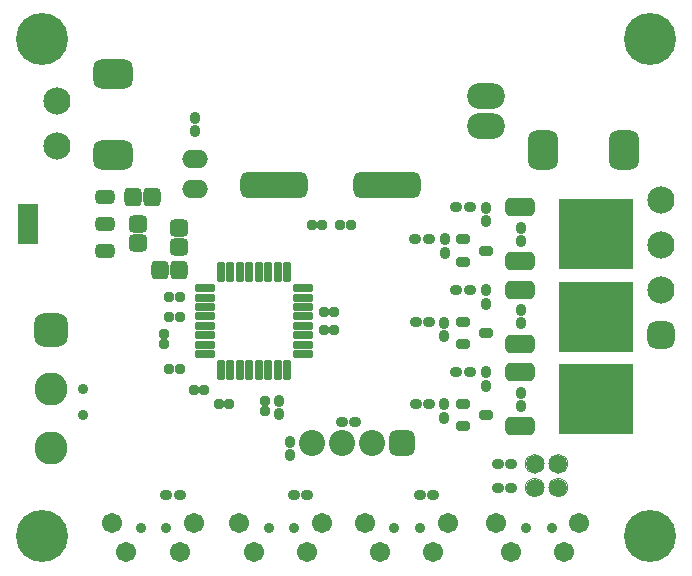
<source format=gbr>
%TF.GenerationSoftware,Altium Limited,Altium Designer,24.6.1 (21)*%
G04 Layer_Color=8388736*
%FSLAX45Y45*%
%MOMM*%
%TF.SameCoordinates,C5CCA8AA-8E71-476F-B662-92032E94D40D*%
%TF.FilePolarity,Negative*%
%TF.FileFunction,Soldermask,Top*%
%TF.Part,Single*%
G01*
G75*
%TA.AperFunction,ComponentPad*%
%ADD33C,1.50000*%
%TA.AperFunction,NonConductor*%
%ADD51C,0.00000*%
%TA.AperFunction,SMDPad,CuDef*%
G04:AMPARAMS|DCode=52|XSize=0.8032mm|YSize=0.8032mm|CornerRadius=0.2516mm|HoleSize=0mm|Usage=FLASHONLY|Rotation=180.000|XOffset=0mm|YOffset=0mm|HoleType=Round|Shape=RoundedRectangle|*
%AMROUNDEDRECTD52*
21,1,0.80320,0.30000,0,0,180.0*
21,1,0.30000,0.80320,0,0,180.0*
1,1,0.50320,-0.15000,0.15000*
1,1,0.50320,0.15000,0.15000*
1,1,0.50320,0.15000,-0.15000*
1,1,0.50320,-0.15000,-0.15000*
%
%ADD52ROUNDEDRECTD52*%
G04:AMPARAMS|DCode=53|XSize=2.4932mm|YSize=3.3232mm|CornerRadius=0.6741mm|HoleSize=0mm|Usage=FLASHONLY|Rotation=180.000|XOffset=0mm|YOffset=0mm|HoleType=Round|Shape=RoundedRectangle|*
%AMROUNDEDRECTD53*
21,1,2.49320,1.97500,0,0,180.0*
21,1,1.14500,3.32320,0,0,180.0*
1,1,1.34820,-0.57250,0.98750*
1,1,1.34820,0.57250,0.98750*
1,1,1.34820,0.57250,-0.98750*
1,1,1.34820,-0.57250,-0.98750*
%
%ADD53ROUNDEDRECTD53*%
G04:AMPARAMS|DCode=54|XSize=2.4932mm|YSize=3.3232mm|CornerRadius=0.6741mm|HoleSize=0mm|Usage=FLASHONLY|Rotation=90.000|XOffset=0mm|YOffset=0mm|HoleType=Round|Shape=RoundedRectangle|*
%AMROUNDEDRECTD54*
21,1,2.49320,1.97500,0,0,90.0*
21,1,1.14500,3.32320,0,0,90.0*
1,1,1.34820,0.98750,0.57250*
1,1,1.34820,0.98750,-0.57250*
1,1,1.34820,-0.98750,-0.57250*
1,1,1.34820,-0.98750,0.57250*
%
%ADD54ROUNDEDRECTD54*%
G04:AMPARAMS|DCode=55|XSize=0.8032mm|YSize=0.9532mm|CornerRadius=0.2516mm|HoleSize=0mm|Usage=FLASHONLY|Rotation=0.000|XOffset=0mm|YOffset=0mm|HoleType=Round|Shape=RoundedRectangle|*
%AMROUNDEDRECTD55*
21,1,0.80320,0.45000,0,0,0.0*
21,1,0.30000,0.95320,0,0,0.0*
1,1,0.50320,0.15000,-0.22500*
1,1,0.50320,-0.15000,-0.22500*
1,1,0.50320,-0.15000,0.22500*
1,1,0.50320,0.15000,0.22500*
%
%ADD55ROUNDEDRECTD55*%
G04:AMPARAMS|DCode=56|XSize=0.8032mm|YSize=0.8032mm|CornerRadius=0.2516mm|HoleSize=0mm|Usage=FLASHONLY|Rotation=270.000|XOffset=0mm|YOffset=0mm|HoleType=Round|Shape=RoundedRectangle|*
%AMROUNDEDRECTD56*
21,1,0.80320,0.30000,0,0,270.0*
21,1,0.30000,0.80320,0,0,270.0*
1,1,0.50320,-0.15000,-0.15000*
1,1,0.50320,-0.15000,0.15000*
1,1,0.50320,0.15000,0.15000*
1,1,0.50320,0.15000,-0.15000*
%
%ADD56ROUNDEDRECTD56*%
G04:AMPARAMS|DCode=57|XSize=0.8032mm|YSize=0.9532mm|CornerRadius=0.2516mm|HoleSize=0mm|Usage=FLASHONLY|Rotation=270.000|XOffset=0mm|YOffset=0mm|HoleType=Round|Shape=RoundedRectangle|*
%AMROUNDEDRECTD57*
21,1,0.80320,0.45000,0,0,270.0*
21,1,0.30000,0.95320,0,0,270.0*
1,1,0.50320,-0.22500,-0.15000*
1,1,0.50320,-0.22500,0.15000*
1,1,0.50320,0.22500,0.15000*
1,1,0.50320,0.22500,-0.15000*
%
%ADD57ROUNDEDRECTD57*%
G04:AMPARAMS|DCode=58|XSize=0.8432mm|YSize=0.8032mm|CornerRadius=0.2516mm|HoleSize=0mm|Usage=FLASHONLY|Rotation=270.000|XOffset=0mm|YOffset=0mm|HoleType=Round|Shape=RoundedRectangle|*
%AMROUNDEDRECTD58*
21,1,0.84320,0.30000,0,0,270.0*
21,1,0.34000,0.80320,0,0,270.0*
1,1,0.50320,-0.15000,-0.17000*
1,1,0.50320,-0.15000,0.17000*
1,1,0.50320,0.15000,0.17000*
1,1,0.50320,0.15000,-0.17000*
%
%ADD58ROUNDEDRECTD58*%
G04:AMPARAMS|DCode=59|XSize=0.8432mm|YSize=0.8032mm|CornerRadius=0.2516mm|HoleSize=0mm|Usage=FLASHONLY|Rotation=180.000|XOffset=0mm|YOffset=0mm|HoleType=Round|Shape=RoundedRectangle|*
%AMROUNDEDRECTD59*
21,1,0.84320,0.30000,0,0,180.0*
21,1,0.34000,0.80320,0,0,180.0*
1,1,0.50320,-0.17000,0.15000*
1,1,0.50320,0.17000,0.15000*
1,1,0.50320,0.17000,-0.15000*
1,1,0.50320,-0.17000,-0.15000*
%
%ADD59ROUNDEDRECTD59*%
G04:AMPARAMS|DCode=60|XSize=1.6032mm|YSize=1.5032mm|CornerRadius=0.4266mm|HoleSize=0mm|Usage=FLASHONLY|Rotation=90.000|XOffset=0mm|YOffset=0mm|HoleType=Round|Shape=RoundedRectangle|*
%AMROUNDEDRECTD60*
21,1,1.60320,0.65000,0,0,90.0*
21,1,0.75000,1.50320,0,0,90.0*
1,1,0.85320,0.32500,0.37500*
1,1,0.85320,0.32500,-0.37500*
1,1,0.85320,-0.32500,-0.37500*
1,1,0.85320,-0.32500,0.37500*
%
%ADD60ROUNDEDRECTD60*%
G04:AMPARAMS|DCode=61|XSize=1.6032mm|YSize=1.5032mm|CornerRadius=0.4266mm|HoleSize=0mm|Usage=FLASHONLY|Rotation=180.000|XOffset=0mm|YOffset=0mm|HoleType=Round|Shape=RoundedRectangle|*
%AMROUNDEDRECTD61*
21,1,1.60320,0.65000,0,0,180.0*
21,1,0.75000,1.50320,0,0,180.0*
1,1,0.85320,-0.37500,0.32500*
1,1,0.85320,0.37500,0.32500*
1,1,0.85320,0.37500,-0.32500*
1,1,0.85320,-0.37500,-0.32500*
%
%ADD61ROUNDEDRECTD61*%
G04:AMPARAMS|DCode=62|XSize=2.4892mm|YSize=1.6002mm|CornerRadius=0.45085mm|HoleSize=0mm|Usage=FLASHONLY|Rotation=0.000|XOffset=0mm|YOffset=0mm|HoleType=Round|Shape=RoundedRectangle|*
%AMROUNDEDRECTD62*
21,1,2.48920,0.69850,0,0,0.0*
21,1,1.58750,1.60020,0,0,0.0*
1,1,0.90170,0.79375,-0.34925*
1,1,0.90170,-0.79375,-0.34925*
1,1,0.90170,-0.79375,0.34925*
1,1,0.90170,0.79375,0.34925*
%
%ADD62ROUNDEDRECTD62*%
%ADD63R,6.38320X5.89320*%
G04:AMPARAMS|DCode=64|XSize=1.2032mm|YSize=0.8032mm|CornerRadius=0.2516mm|HoleSize=0mm|Usage=FLASHONLY|Rotation=0.000|XOffset=0mm|YOffset=0mm|HoleType=Round|Shape=RoundedRectangle|*
%AMROUNDEDRECTD64*
21,1,1.20320,0.30000,0,0,0.0*
21,1,0.70000,0.80320,0,0,0.0*
1,1,0.50320,0.35000,-0.15000*
1,1,0.50320,-0.35000,-0.15000*
1,1,0.50320,-0.35000,0.15000*
1,1,0.50320,0.35000,0.15000*
%
%ADD64ROUNDEDRECTD64*%
G04:AMPARAMS|DCode=65|XSize=0.7532mm|YSize=1.6732mm|CornerRadius=0.17035mm|HoleSize=0mm|Usage=FLASHONLY|Rotation=180.000|XOffset=0mm|YOffset=0mm|HoleType=Round|Shape=RoundedRectangle|*
%AMROUNDEDRECTD65*
21,1,0.75320,1.33250,0,0,180.0*
21,1,0.41250,1.67320,0,0,180.0*
1,1,0.34070,-0.20625,0.66625*
1,1,0.34070,0.20625,0.66625*
1,1,0.34070,0.20625,-0.66625*
1,1,0.34070,-0.20625,-0.66625*
%
%ADD65ROUNDEDRECTD65*%
G04:AMPARAMS|DCode=66|XSize=1.6732mm|YSize=0.7532mm|CornerRadius=0.17035mm|HoleSize=0mm|Usage=FLASHONLY|Rotation=180.000|XOffset=0mm|YOffset=0mm|HoleType=Round|Shape=RoundedRectangle|*
%AMROUNDEDRECTD66*
21,1,1.67320,0.41250,0,0,180.0*
21,1,1.33250,0.75320,0,0,180.0*
1,1,0.34070,-0.66625,0.20625*
1,1,0.34070,0.66625,0.20625*
1,1,0.34070,0.66625,-0.20625*
1,1,0.34070,-0.66625,-0.20625*
%
%ADD66ROUNDEDRECTD66*%
G04:AMPARAMS|DCode=67|XSize=1.6532mm|YSize=1.1532mm|CornerRadius=0.3391mm|HoleSize=0mm|Usage=FLASHONLY|Rotation=180.000|XOffset=0mm|YOffset=0mm|HoleType=Round|Shape=RoundedRectangle|*
%AMROUNDEDRECTD67*
21,1,1.65320,0.47500,0,0,180.0*
21,1,0.97500,1.15320,0,0,180.0*
1,1,0.67820,-0.48750,0.23750*
1,1,0.67820,0.48750,0.23750*
1,1,0.67820,0.48750,-0.23750*
1,1,0.67820,-0.48750,-0.23750*
%
%ADD67ROUNDEDRECTD67*%
%ADD68R,1.65320X3.45320*%
G04:AMPARAMS|DCode=69|XSize=5.7032mm|YSize=2.2032mm|CornerRadius=0.6016mm|HoleSize=0mm|Usage=FLASHONLY|Rotation=0.000|XOffset=0mm|YOffset=0mm|HoleType=Round|Shape=RoundedRectangle|*
%AMROUNDEDRECTD69*
21,1,5.70320,1.00000,0,0,0.0*
21,1,4.50000,2.20320,0,0,0.0*
1,1,1.20320,2.25000,-0.50000*
1,1,1.20320,-2.25000,-0.50000*
1,1,1.20320,-2.25000,0.50000*
1,1,1.20320,2.25000,0.50000*
%
%ADD69ROUNDEDRECTD69*%
%TA.AperFunction,ComponentPad*%
%ADD70C,1.70320*%
%ADD71C,2.20320*%
G04:AMPARAMS|DCode=72|XSize=2.2032mm|YSize=2.2032mm|CornerRadius=0.6016mm|HoleSize=0mm|Usage=FLASHONLY|Rotation=180.000|XOffset=0mm|YOffset=0mm|HoleType=Round|Shape=RoundedRectangle|*
%AMROUNDEDRECTD72*
21,1,2.20320,1.00000,0,0,180.0*
21,1,1.00000,2.20320,0,0,180.0*
1,1,1.20320,-0.50000,0.50000*
1,1,1.20320,0.50000,0.50000*
1,1,1.20320,0.50000,-0.50000*
1,1,1.20320,-0.50000,-0.50000*
%
%ADD72ROUNDEDRECTD72*%
%ADD73O,2.20320X1.56120*%
%TA.AperFunction,ViaPad*%
%ADD74C,4.40320*%
%TA.AperFunction,ComponentPad*%
%ADD75O,3.20320X2.20320*%
%ADD76C,2.30320*%
%ADD77C,2.80320*%
G04:AMPARAMS|DCode=78|XSize=2.8032mm|YSize=2.8032mm|CornerRadius=0.7516mm|HoleSize=0mm|Usage=FLASHONLY|Rotation=270.000|XOffset=0mm|YOffset=0mm|HoleType=Round|Shape=RoundedRectangle|*
%AMROUNDEDRECTD78*
21,1,2.80320,1.30000,0,0,270.0*
21,1,1.30000,2.80320,0,0,270.0*
1,1,1.50320,-0.65000,-0.65000*
1,1,1.50320,-0.65000,0.65000*
1,1,1.50320,0.65000,0.65000*
1,1,1.50320,0.65000,-0.65000*
%
%ADD78ROUNDEDRECTD78*%
G04:AMPARAMS|DCode=79|XSize=2.3032mm|YSize=2.3032mm|CornerRadius=0.6266mm|HoleSize=0mm|Usage=FLASHONLY|Rotation=90.000|XOffset=0mm|YOffset=0mm|HoleType=Round|Shape=RoundedRectangle|*
%AMROUNDEDRECTD79*
21,1,2.30320,1.05000,0,0,90.0*
21,1,1.05000,2.30320,0,0,90.0*
1,1,1.25320,0.52500,0.52500*
1,1,1.25320,0.52500,-0.52500*
1,1,1.25320,-0.52500,-0.52500*
1,1,1.25320,-0.52500,0.52500*
%
%ADD79ROUNDEDRECTD79*%
D33*
X8383600Y9831400D02*
D03*
Y10031400D02*
D03*
X8583600Y9831400D02*
D03*
Y10031400D02*
D03*
D51*
X8463200Y9831400D02*
G03*
X8463200Y9831400I-79600J0D01*
G01*
Y10031400D02*
G03*
X8463200Y10031400I-79600J0D01*
G01*
X8663200Y9831400D02*
G03*
X8663200Y9831400I-79600J0D01*
G01*
Y10031400D02*
G03*
X8663200Y10031400I-79600J0D01*
G01*
D52*
X6350000Y9486900D02*
D03*
X6130000D02*
D03*
X8530100D02*
D03*
X8310100D02*
D03*
X5266200D02*
D03*
X5046200D02*
D03*
X7412500D02*
D03*
X7192500D02*
D03*
D53*
X8458000Y12687300D02*
D03*
X9144000D02*
D03*
D54*
X4813300Y13335001D02*
D03*
Y12649000D02*
D03*
D55*
X5511800Y12845700D02*
D03*
Y12960699D02*
D03*
X6221204Y10451813D02*
D03*
Y10566813D02*
D03*
X8265225Y10634600D02*
D03*
Y10519599D02*
D03*
X8266381Y12030905D02*
D03*
Y11915905D02*
D03*
X7975600Y10807700D02*
D03*
Y10692700D02*
D03*
X7620000Y10535000D02*
D03*
Y10420000D02*
D03*
X7620600Y11932000D02*
D03*
Y11817000D02*
D03*
X7975600Y11500200D02*
D03*
Y11385200D02*
D03*
X7620000Y11226800D02*
D03*
Y11111800D02*
D03*
X8265225Y11335284D02*
D03*
Y11220284D02*
D03*
X7975600Y12198700D02*
D03*
Y12083700D02*
D03*
X6311900Y10102500D02*
D03*
Y10217500D02*
D03*
D56*
X4559300Y10663700D02*
D03*
Y10443700D02*
D03*
D57*
X8070500Y9829800D02*
D03*
X8185500D02*
D03*
X8070500Y10033000D02*
D03*
X8185500D02*
D03*
X7490508Y10534530D02*
D03*
X7375508D02*
D03*
X7491583Y11229591D02*
D03*
X7376583D02*
D03*
X7489206Y11932889D02*
D03*
X7374206D02*
D03*
X7720900Y12204700D02*
D03*
X7835900D02*
D03*
X7720900Y11506200D02*
D03*
X7835900D02*
D03*
X7720900Y10807700D02*
D03*
X7835900D02*
D03*
X7525100Y9766300D02*
D03*
X7410100D02*
D03*
X5378800D02*
D03*
X5263800D02*
D03*
X6864700Y10388600D02*
D03*
X6749700D02*
D03*
X6458300Y9766300D02*
D03*
X6343300D02*
D03*
D58*
X6686067Y11316163D02*
D03*
X6598067D02*
D03*
X5290033Y10832637D02*
D03*
X5378033D02*
D03*
X6686067Y11163763D02*
D03*
X6598067D02*
D03*
X5709133Y10540537D02*
D03*
X5797133D02*
D03*
X5499100Y10655300D02*
D03*
X5587100D02*
D03*
X5290033Y11277137D02*
D03*
X5378033D02*
D03*
X5290033Y11442237D02*
D03*
X5378033D02*
D03*
X6737833Y12051837D02*
D03*
X6825833D02*
D03*
X6584467Y12052763D02*
D03*
X6496467D02*
D03*
D59*
X6101172Y10479085D02*
D03*
Y10567085D02*
D03*
X5244637Y11131067D02*
D03*
Y11043067D02*
D03*
D60*
X5372100Y11671300D02*
D03*
X5212100D02*
D03*
X4983500Y12293600D02*
D03*
X5143500D02*
D03*
D61*
X5372100Y11870700D02*
D03*
Y12030700D02*
D03*
X5022482Y12063959D02*
D03*
Y11903959D02*
D03*
D62*
X8260511Y10807223D02*
D03*
Y10350023D02*
D03*
Y11506200D02*
D03*
Y11049000D02*
D03*
Y12204700D02*
D03*
Y11747500D02*
D03*
D63*
X8904011Y10578623D02*
D03*
Y11277600D02*
D03*
Y11976100D02*
D03*
D64*
X7974000Y10446000D02*
D03*
X7774000Y10351000D02*
D03*
Y10541000D02*
D03*
X7974000Y11137900D02*
D03*
X7774000Y11042900D02*
D03*
Y11232900D02*
D03*
X7974000Y11836400D02*
D03*
X7774000Y11741400D02*
D03*
Y11931400D02*
D03*
D65*
X6287100Y11656500D02*
D03*
X6207100D02*
D03*
X6127100D02*
D03*
X6047100D02*
D03*
X5967100D02*
D03*
X5887100D02*
D03*
X5807100D02*
D03*
X5727100D02*
D03*
Y10822500D02*
D03*
X5807100D02*
D03*
X5887100D02*
D03*
X5967100D02*
D03*
X6047100D02*
D03*
X6127100D02*
D03*
X6207100D02*
D03*
X6287100D02*
D03*
D66*
X6424100Y10959500D02*
D03*
Y11039500D02*
D03*
Y11119500D02*
D03*
Y11199500D02*
D03*
Y11279500D02*
D03*
Y11359500D02*
D03*
Y11439500D02*
D03*
Y11519500D02*
D03*
X5590100D02*
D03*
Y11439500D02*
D03*
Y11359500D02*
D03*
Y11279500D02*
D03*
Y11199500D02*
D03*
Y11119500D02*
D03*
Y11039500D02*
D03*
Y10959500D02*
D03*
D67*
X4749600Y11836000D02*
D03*
Y12065000D02*
D03*
Y12294000D02*
D03*
D68*
X4089600Y12065000D02*
D03*
D69*
X6179800Y12395200D02*
D03*
X7129800D02*
D03*
D70*
X4927600Y9283700D02*
D03*
X5377600D02*
D03*
X4802600Y9533700D02*
D03*
X5502600D02*
D03*
X7649500Y9534300D02*
D03*
X6949500D02*
D03*
X7524500Y9284300D02*
D03*
X7074500D02*
D03*
X6582100Y9533700D02*
D03*
X5882100D02*
D03*
X6457100Y9283700D02*
D03*
X6007100D02*
D03*
X8760171Y9533700D02*
D03*
X8060171D02*
D03*
X8635171Y9283700D02*
D03*
X8185171D02*
D03*
D71*
X6502400Y10210800D02*
D03*
X6756400D02*
D03*
X7010400D02*
D03*
D72*
X7264400D02*
D03*
D73*
X5511800Y12611100D02*
D03*
Y12357100D02*
D03*
D74*
X4216400Y9423400D02*
D03*
X9359900D02*
D03*
Y13627100D02*
D03*
X4216400D02*
D03*
D75*
X7975600Y13144501D02*
D03*
Y12894501D02*
D03*
D76*
X4343400Y12725400D02*
D03*
Y13106400D02*
D03*
X9451702Y11506206D02*
D03*
Y11887206D02*
D03*
Y12268206D02*
D03*
D77*
X4292600Y10168000D02*
D03*
Y10668000D02*
D03*
D78*
Y11168000D02*
D03*
D79*
X9451702Y11125206D02*
D03*
%TF.MD5,272049588443cb14479013d427e95bfd*%
M02*

</source>
